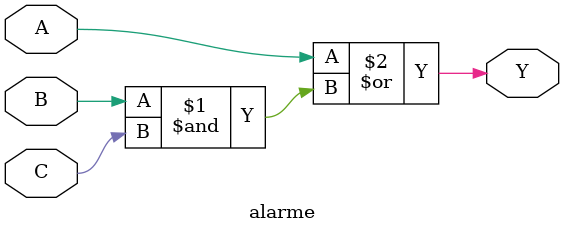
<source format=v>
module alarme (
    input wire A,   // Janela
    input wire B,   // Porta
    input wire C,   // Sistema de segurança
    output wire Y   // Alarme
);

    // Expressão lógica: Y = A + (B & C)
    assign Y = A | (B & C);

endmodule
</source>
